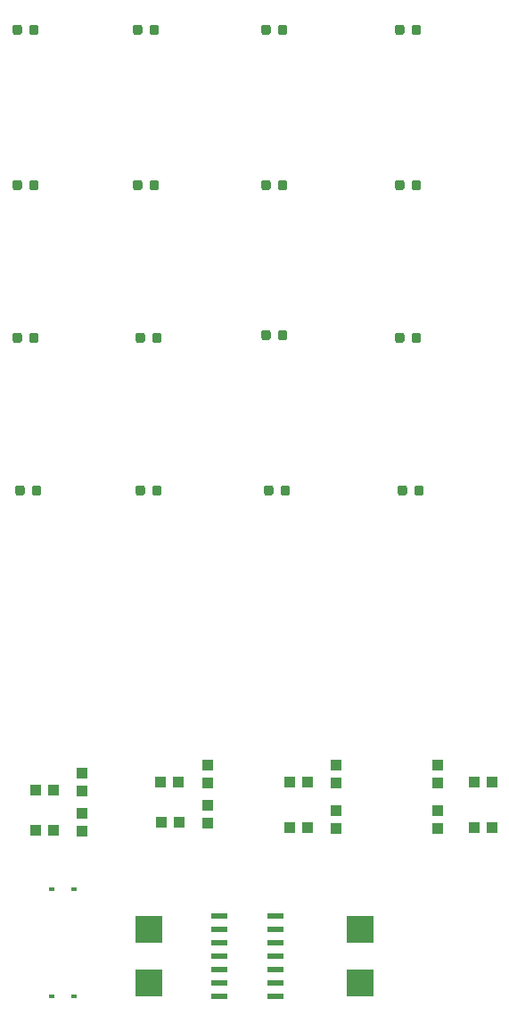
<source format=gbr>
G04 #@! TF.GenerationSoftware,KiCad,Pcbnew,(5.1.2-1)-1*
G04 #@! TF.CreationDate,2019-06-07T14:52:31+02:00*
G04 #@! TF.ProjectId,matrix-mixer-smt,6d617472-6978-42d6-9d69-7865722d736d,rev?*
G04 #@! TF.SameCoordinates,Original*
G04 #@! TF.FileFunction,Paste,Top*
G04 #@! TF.FilePolarity,Positive*
%FSLAX46Y46*%
G04 Gerber Fmt 4.6, Leading zero omitted, Abs format (unit mm)*
G04 Created by KiCad (PCBNEW (5.1.2-1)-1) date 2019-06-07 14:52:31*
%MOMM*%
%LPD*%
G04 APERTURE LIST*
%ADD10R,2.500000X2.550000*%
%ADD11R,1.500000X0.600000*%
%ADD12C,0.100000*%
%ADD13C,0.875000*%
%ADD14R,1.000000X1.000000*%
%ADD15R,0.600000X0.450000*%
G04 APERTURE END LIST*
D10*
X75692000Y-158481000D03*
X75692000Y-153431000D03*
X95758000Y-153431000D03*
X95758000Y-158481000D03*
D11*
X87780000Y-152139000D03*
X87780000Y-153409000D03*
X87780000Y-154679000D03*
X87780000Y-155949000D03*
X87780000Y-157219000D03*
X87780000Y-158489000D03*
X87780000Y-159759000D03*
X82380000Y-159759000D03*
X82380000Y-158489000D03*
X82380000Y-157219000D03*
X82380000Y-155949000D03*
X82380000Y-154679000D03*
X82380000Y-153409000D03*
X82380000Y-152139000D03*
D12*
G36*
X63460691Y-67598053D02*
G01*
X63481926Y-67601203D01*
X63502750Y-67606419D01*
X63522962Y-67613651D01*
X63542368Y-67622830D01*
X63560781Y-67633866D01*
X63578024Y-67646654D01*
X63593930Y-67661070D01*
X63608346Y-67676976D01*
X63621134Y-67694219D01*
X63632170Y-67712632D01*
X63641349Y-67732038D01*
X63648581Y-67752250D01*
X63653797Y-67773074D01*
X63656947Y-67794309D01*
X63658000Y-67815750D01*
X63658000Y-68328250D01*
X63656947Y-68349691D01*
X63653797Y-68370926D01*
X63648581Y-68391750D01*
X63641349Y-68411962D01*
X63632170Y-68431368D01*
X63621134Y-68449781D01*
X63608346Y-68467024D01*
X63593930Y-68482930D01*
X63578024Y-68497346D01*
X63560781Y-68510134D01*
X63542368Y-68521170D01*
X63522962Y-68530349D01*
X63502750Y-68537581D01*
X63481926Y-68542797D01*
X63460691Y-68545947D01*
X63439250Y-68547000D01*
X63001750Y-68547000D01*
X62980309Y-68545947D01*
X62959074Y-68542797D01*
X62938250Y-68537581D01*
X62918038Y-68530349D01*
X62898632Y-68521170D01*
X62880219Y-68510134D01*
X62862976Y-68497346D01*
X62847070Y-68482930D01*
X62832654Y-68467024D01*
X62819866Y-68449781D01*
X62808830Y-68431368D01*
X62799651Y-68411962D01*
X62792419Y-68391750D01*
X62787203Y-68370926D01*
X62784053Y-68349691D01*
X62783000Y-68328250D01*
X62783000Y-67815750D01*
X62784053Y-67794309D01*
X62787203Y-67773074D01*
X62792419Y-67752250D01*
X62799651Y-67732038D01*
X62808830Y-67712632D01*
X62819866Y-67694219D01*
X62832654Y-67676976D01*
X62847070Y-67661070D01*
X62862976Y-67646654D01*
X62880219Y-67633866D01*
X62898632Y-67622830D01*
X62918038Y-67613651D01*
X62938250Y-67606419D01*
X62959074Y-67601203D01*
X62980309Y-67598053D01*
X63001750Y-67597000D01*
X63439250Y-67597000D01*
X63460691Y-67598053D01*
X63460691Y-67598053D01*
G37*
D13*
X63220500Y-68072000D03*
D12*
G36*
X65035691Y-67598053D02*
G01*
X65056926Y-67601203D01*
X65077750Y-67606419D01*
X65097962Y-67613651D01*
X65117368Y-67622830D01*
X65135781Y-67633866D01*
X65153024Y-67646654D01*
X65168930Y-67661070D01*
X65183346Y-67676976D01*
X65196134Y-67694219D01*
X65207170Y-67712632D01*
X65216349Y-67732038D01*
X65223581Y-67752250D01*
X65228797Y-67773074D01*
X65231947Y-67794309D01*
X65233000Y-67815750D01*
X65233000Y-68328250D01*
X65231947Y-68349691D01*
X65228797Y-68370926D01*
X65223581Y-68391750D01*
X65216349Y-68411962D01*
X65207170Y-68431368D01*
X65196134Y-68449781D01*
X65183346Y-68467024D01*
X65168930Y-68482930D01*
X65153024Y-68497346D01*
X65135781Y-68510134D01*
X65117368Y-68521170D01*
X65097962Y-68530349D01*
X65077750Y-68537581D01*
X65056926Y-68542797D01*
X65035691Y-68545947D01*
X65014250Y-68547000D01*
X64576750Y-68547000D01*
X64555309Y-68545947D01*
X64534074Y-68542797D01*
X64513250Y-68537581D01*
X64493038Y-68530349D01*
X64473632Y-68521170D01*
X64455219Y-68510134D01*
X64437976Y-68497346D01*
X64422070Y-68482930D01*
X64407654Y-68467024D01*
X64394866Y-68449781D01*
X64383830Y-68431368D01*
X64374651Y-68411962D01*
X64367419Y-68391750D01*
X64362203Y-68370926D01*
X64359053Y-68349691D01*
X64358000Y-68328250D01*
X64358000Y-67815750D01*
X64359053Y-67794309D01*
X64362203Y-67773074D01*
X64367419Y-67752250D01*
X64374651Y-67732038D01*
X64383830Y-67712632D01*
X64394866Y-67694219D01*
X64407654Y-67676976D01*
X64422070Y-67661070D01*
X64437976Y-67646654D01*
X64455219Y-67633866D01*
X64473632Y-67622830D01*
X64493038Y-67613651D01*
X64513250Y-67606419D01*
X64534074Y-67601203D01*
X64555309Y-67598053D01*
X64576750Y-67597000D01*
X65014250Y-67597000D01*
X65035691Y-67598053D01*
X65035691Y-67598053D01*
G37*
D13*
X64795500Y-68072000D03*
D12*
G36*
X76465691Y-67598053D02*
G01*
X76486926Y-67601203D01*
X76507750Y-67606419D01*
X76527962Y-67613651D01*
X76547368Y-67622830D01*
X76565781Y-67633866D01*
X76583024Y-67646654D01*
X76598930Y-67661070D01*
X76613346Y-67676976D01*
X76626134Y-67694219D01*
X76637170Y-67712632D01*
X76646349Y-67732038D01*
X76653581Y-67752250D01*
X76658797Y-67773074D01*
X76661947Y-67794309D01*
X76663000Y-67815750D01*
X76663000Y-68328250D01*
X76661947Y-68349691D01*
X76658797Y-68370926D01*
X76653581Y-68391750D01*
X76646349Y-68411962D01*
X76637170Y-68431368D01*
X76626134Y-68449781D01*
X76613346Y-68467024D01*
X76598930Y-68482930D01*
X76583024Y-68497346D01*
X76565781Y-68510134D01*
X76547368Y-68521170D01*
X76527962Y-68530349D01*
X76507750Y-68537581D01*
X76486926Y-68542797D01*
X76465691Y-68545947D01*
X76444250Y-68547000D01*
X76006750Y-68547000D01*
X75985309Y-68545947D01*
X75964074Y-68542797D01*
X75943250Y-68537581D01*
X75923038Y-68530349D01*
X75903632Y-68521170D01*
X75885219Y-68510134D01*
X75867976Y-68497346D01*
X75852070Y-68482930D01*
X75837654Y-68467024D01*
X75824866Y-68449781D01*
X75813830Y-68431368D01*
X75804651Y-68411962D01*
X75797419Y-68391750D01*
X75792203Y-68370926D01*
X75789053Y-68349691D01*
X75788000Y-68328250D01*
X75788000Y-67815750D01*
X75789053Y-67794309D01*
X75792203Y-67773074D01*
X75797419Y-67752250D01*
X75804651Y-67732038D01*
X75813830Y-67712632D01*
X75824866Y-67694219D01*
X75837654Y-67676976D01*
X75852070Y-67661070D01*
X75867976Y-67646654D01*
X75885219Y-67633866D01*
X75903632Y-67622830D01*
X75923038Y-67613651D01*
X75943250Y-67606419D01*
X75964074Y-67601203D01*
X75985309Y-67598053D01*
X76006750Y-67597000D01*
X76444250Y-67597000D01*
X76465691Y-67598053D01*
X76465691Y-67598053D01*
G37*
D13*
X76225500Y-68072000D03*
D12*
G36*
X74890691Y-67598053D02*
G01*
X74911926Y-67601203D01*
X74932750Y-67606419D01*
X74952962Y-67613651D01*
X74972368Y-67622830D01*
X74990781Y-67633866D01*
X75008024Y-67646654D01*
X75023930Y-67661070D01*
X75038346Y-67676976D01*
X75051134Y-67694219D01*
X75062170Y-67712632D01*
X75071349Y-67732038D01*
X75078581Y-67752250D01*
X75083797Y-67773074D01*
X75086947Y-67794309D01*
X75088000Y-67815750D01*
X75088000Y-68328250D01*
X75086947Y-68349691D01*
X75083797Y-68370926D01*
X75078581Y-68391750D01*
X75071349Y-68411962D01*
X75062170Y-68431368D01*
X75051134Y-68449781D01*
X75038346Y-68467024D01*
X75023930Y-68482930D01*
X75008024Y-68497346D01*
X74990781Y-68510134D01*
X74972368Y-68521170D01*
X74952962Y-68530349D01*
X74932750Y-68537581D01*
X74911926Y-68542797D01*
X74890691Y-68545947D01*
X74869250Y-68547000D01*
X74431750Y-68547000D01*
X74410309Y-68545947D01*
X74389074Y-68542797D01*
X74368250Y-68537581D01*
X74348038Y-68530349D01*
X74328632Y-68521170D01*
X74310219Y-68510134D01*
X74292976Y-68497346D01*
X74277070Y-68482930D01*
X74262654Y-68467024D01*
X74249866Y-68449781D01*
X74238830Y-68431368D01*
X74229651Y-68411962D01*
X74222419Y-68391750D01*
X74217203Y-68370926D01*
X74214053Y-68349691D01*
X74213000Y-68328250D01*
X74213000Y-67815750D01*
X74214053Y-67794309D01*
X74217203Y-67773074D01*
X74222419Y-67752250D01*
X74229651Y-67732038D01*
X74238830Y-67712632D01*
X74249866Y-67694219D01*
X74262654Y-67676976D01*
X74277070Y-67661070D01*
X74292976Y-67646654D01*
X74310219Y-67633866D01*
X74328632Y-67622830D01*
X74348038Y-67613651D01*
X74368250Y-67606419D01*
X74389074Y-67601203D01*
X74410309Y-67598053D01*
X74431750Y-67597000D01*
X74869250Y-67597000D01*
X74890691Y-67598053D01*
X74890691Y-67598053D01*
G37*
D13*
X74650500Y-68072000D03*
D12*
G36*
X87082691Y-67598053D02*
G01*
X87103926Y-67601203D01*
X87124750Y-67606419D01*
X87144962Y-67613651D01*
X87164368Y-67622830D01*
X87182781Y-67633866D01*
X87200024Y-67646654D01*
X87215930Y-67661070D01*
X87230346Y-67676976D01*
X87243134Y-67694219D01*
X87254170Y-67712632D01*
X87263349Y-67732038D01*
X87270581Y-67752250D01*
X87275797Y-67773074D01*
X87278947Y-67794309D01*
X87280000Y-67815750D01*
X87280000Y-68328250D01*
X87278947Y-68349691D01*
X87275797Y-68370926D01*
X87270581Y-68391750D01*
X87263349Y-68411962D01*
X87254170Y-68431368D01*
X87243134Y-68449781D01*
X87230346Y-68467024D01*
X87215930Y-68482930D01*
X87200024Y-68497346D01*
X87182781Y-68510134D01*
X87164368Y-68521170D01*
X87144962Y-68530349D01*
X87124750Y-68537581D01*
X87103926Y-68542797D01*
X87082691Y-68545947D01*
X87061250Y-68547000D01*
X86623750Y-68547000D01*
X86602309Y-68545947D01*
X86581074Y-68542797D01*
X86560250Y-68537581D01*
X86540038Y-68530349D01*
X86520632Y-68521170D01*
X86502219Y-68510134D01*
X86484976Y-68497346D01*
X86469070Y-68482930D01*
X86454654Y-68467024D01*
X86441866Y-68449781D01*
X86430830Y-68431368D01*
X86421651Y-68411962D01*
X86414419Y-68391750D01*
X86409203Y-68370926D01*
X86406053Y-68349691D01*
X86405000Y-68328250D01*
X86405000Y-67815750D01*
X86406053Y-67794309D01*
X86409203Y-67773074D01*
X86414419Y-67752250D01*
X86421651Y-67732038D01*
X86430830Y-67712632D01*
X86441866Y-67694219D01*
X86454654Y-67676976D01*
X86469070Y-67661070D01*
X86484976Y-67646654D01*
X86502219Y-67633866D01*
X86520632Y-67622830D01*
X86540038Y-67613651D01*
X86560250Y-67606419D01*
X86581074Y-67601203D01*
X86602309Y-67598053D01*
X86623750Y-67597000D01*
X87061250Y-67597000D01*
X87082691Y-67598053D01*
X87082691Y-67598053D01*
G37*
D13*
X86842500Y-68072000D03*
D12*
G36*
X88657691Y-67598053D02*
G01*
X88678926Y-67601203D01*
X88699750Y-67606419D01*
X88719962Y-67613651D01*
X88739368Y-67622830D01*
X88757781Y-67633866D01*
X88775024Y-67646654D01*
X88790930Y-67661070D01*
X88805346Y-67676976D01*
X88818134Y-67694219D01*
X88829170Y-67712632D01*
X88838349Y-67732038D01*
X88845581Y-67752250D01*
X88850797Y-67773074D01*
X88853947Y-67794309D01*
X88855000Y-67815750D01*
X88855000Y-68328250D01*
X88853947Y-68349691D01*
X88850797Y-68370926D01*
X88845581Y-68391750D01*
X88838349Y-68411962D01*
X88829170Y-68431368D01*
X88818134Y-68449781D01*
X88805346Y-68467024D01*
X88790930Y-68482930D01*
X88775024Y-68497346D01*
X88757781Y-68510134D01*
X88739368Y-68521170D01*
X88719962Y-68530349D01*
X88699750Y-68537581D01*
X88678926Y-68542797D01*
X88657691Y-68545947D01*
X88636250Y-68547000D01*
X88198750Y-68547000D01*
X88177309Y-68545947D01*
X88156074Y-68542797D01*
X88135250Y-68537581D01*
X88115038Y-68530349D01*
X88095632Y-68521170D01*
X88077219Y-68510134D01*
X88059976Y-68497346D01*
X88044070Y-68482930D01*
X88029654Y-68467024D01*
X88016866Y-68449781D01*
X88005830Y-68431368D01*
X87996651Y-68411962D01*
X87989419Y-68391750D01*
X87984203Y-68370926D01*
X87981053Y-68349691D01*
X87980000Y-68328250D01*
X87980000Y-67815750D01*
X87981053Y-67794309D01*
X87984203Y-67773074D01*
X87989419Y-67752250D01*
X87996651Y-67732038D01*
X88005830Y-67712632D01*
X88016866Y-67694219D01*
X88029654Y-67676976D01*
X88044070Y-67661070D01*
X88059976Y-67646654D01*
X88077219Y-67633866D01*
X88095632Y-67622830D01*
X88115038Y-67613651D01*
X88135250Y-67606419D01*
X88156074Y-67601203D01*
X88177309Y-67598053D01*
X88198750Y-67597000D01*
X88636250Y-67597000D01*
X88657691Y-67598053D01*
X88657691Y-67598053D01*
G37*
D13*
X88417500Y-68072000D03*
D12*
G36*
X101357691Y-67598053D02*
G01*
X101378926Y-67601203D01*
X101399750Y-67606419D01*
X101419962Y-67613651D01*
X101439368Y-67622830D01*
X101457781Y-67633866D01*
X101475024Y-67646654D01*
X101490930Y-67661070D01*
X101505346Y-67676976D01*
X101518134Y-67694219D01*
X101529170Y-67712632D01*
X101538349Y-67732038D01*
X101545581Y-67752250D01*
X101550797Y-67773074D01*
X101553947Y-67794309D01*
X101555000Y-67815750D01*
X101555000Y-68328250D01*
X101553947Y-68349691D01*
X101550797Y-68370926D01*
X101545581Y-68391750D01*
X101538349Y-68411962D01*
X101529170Y-68431368D01*
X101518134Y-68449781D01*
X101505346Y-68467024D01*
X101490930Y-68482930D01*
X101475024Y-68497346D01*
X101457781Y-68510134D01*
X101439368Y-68521170D01*
X101419962Y-68530349D01*
X101399750Y-68537581D01*
X101378926Y-68542797D01*
X101357691Y-68545947D01*
X101336250Y-68547000D01*
X100898750Y-68547000D01*
X100877309Y-68545947D01*
X100856074Y-68542797D01*
X100835250Y-68537581D01*
X100815038Y-68530349D01*
X100795632Y-68521170D01*
X100777219Y-68510134D01*
X100759976Y-68497346D01*
X100744070Y-68482930D01*
X100729654Y-68467024D01*
X100716866Y-68449781D01*
X100705830Y-68431368D01*
X100696651Y-68411962D01*
X100689419Y-68391750D01*
X100684203Y-68370926D01*
X100681053Y-68349691D01*
X100680000Y-68328250D01*
X100680000Y-67815750D01*
X100681053Y-67794309D01*
X100684203Y-67773074D01*
X100689419Y-67752250D01*
X100696651Y-67732038D01*
X100705830Y-67712632D01*
X100716866Y-67694219D01*
X100729654Y-67676976D01*
X100744070Y-67661070D01*
X100759976Y-67646654D01*
X100777219Y-67633866D01*
X100795632Y-67622830D01*
X100815038Y-67613651D01*
X100835250Y-67606419D01*
X100856074Y-67601203D01*
X100877309Y-67598053D01*
X100898750Y-67597000D01*
X101336250Y-67597000D01*
X101357691Y-67598053D01*
X101357691Y-67598053D01*
G37*
D13*
X101117500Y-68072000D03*
D12*
G36*
X99782691Y-67598053D02*
G01*
X99803926Y-67601203D01*
X99824750Y-67606419D01*
X99844962Y-67613651D01*
X99864368Y-67622830D01*
X99882781Y-67633866D01*
X99900024Y-67646654D01*
X99915930Y-67661070D01*
X99930346Y-67676976D01*
X99943134Y-67694219D01*
X99954170Y-67712632D01*
X99963349Y-67732038D01*
X99970581Y-67752250D01*
X99975797Y-67773074D01*
X99978947Y-67794309D01*
X99980000Y-67815750D01*
X99980000Y-68328250D01*
X99978947Y-68349691D01*
X99975797Y-68370926D01*
X99970581Y-68391750D01*
X99963349Y-68411962D01*
X99954170Y-68431368D01*
X99943134Y-68449781D01*
X99930346Y-68467024D01*
X99915930Y-68482930D01*
X99900024Y-68497346D01*
X99882781Y-68510134D01*
X99864368Y-68521170D01*
X99844962Y-68530349D01*
X99824750Y-68537581D01*
X99803926Y-68542797D01*
X99782691Y-68545947D01*
X99761250Y-68547000D01*
X99323750Y-68547000D01*
X99302309Y-68545947D01*
X99281074Y-68542797D01*
X99260250Y-68537581D01*
X99240038Y-68530349D01*
X99220632Y-68521170D01*
X99202219Y-68510134D01*
X99184976Y-68497346D01*
X99169070Y-68482930D01*
X99154654Y-68467024D01*
X99141866Y-68449781D01*
X99130830Y-68431368D01*
X99121651Y-68411962D01*
X99114419Y-68391750D01*
X99109203Y-68370926D01*
X99106053Y-68349691D01*
X99105000Y-68328250D01*
X99105000Y-67815750D01*
X99106053Y-67794309D01*
X99109203Y-67773074D01*
X99114419Y-67752250D01*
X99121651Y-67732038D01*
X99130830Y-67712632D01*
X99141866Y-67694219D01*
X99154654Y-67676976D01*
X99169070Y-67661070D01*
X99184976Y-67646654D01*
X99202219Y-67633866D01*
X99220632Y-67622830D01*
X99240038Y-67613651D01*
X99260250Y-67606419D01*
X99281074Y-67601203D01*
X99302309Y-67598053D01*
X99323750Y-67597000D01*
X99761250Y-67597000D01*
X99782691Y-67598053D01*
X99782691Y-67598053D01*
G37*
D13*
X99542500Y-68072000D03*
D12*
G36*
X65035691Y-82330053D02*
G01*
X65056926Y-82333203D01*
X65077750Y-82338419D01*
X65097962Y-82345651D01*
X65117368Y-82354830D01*
X65135781Y-82365866D01*
X65153024Y-82378654D01*
X65168930Y-82393070D01*
X65183346Y-82408976D01*
X65196134Y-82426219D01*
X65207170Y-82444632D01*
X65216349Y-82464038D01*
X65223581Y-82484250D01*
X65228797Y-82505074D01*
X65231947Y-82526309D01*
X65233000Y-82547750D01*
X65233000Y-83060250D01*
X65231947Y-83081691D01*
X65228797Y-83102926D01*
X65223581Y-83123750D01*
X65216349Y-83143962D01*
X65207170Y-83163368D01*
X65196134Y-83181781D01*
X65183346Y-83199024D01*
X65168930Y-83214930D01*
X65153024Y-83229346D01*
X65135781Y-83242134D01*
X65117368Y-83253170D01*
X65097962Y-83262349D01*
X65077750Y-83269581D01*
X65056926Y-83274797D01*
X65035691Y-83277947D01*
X65014250Y-83279000D01*
X64576750Y-83279000D01*
X64555309Y-83277947D01*
X64534074Y-83274797D01*
X64513250Y-83269581D01*
X64493038Y-83262349D01*
X64473632Y-83253170D01*
X64455219Y-83242134D01*
X64437976Y-83229346D01*
X64422070Y-83214930D01*
X64407654Y-83199024D01*
X64394866Y-83181781D01*
X64383830Y-83163368D01*
X64374651Y-83143962D01*
X64367419Y-83123750D01*
X64362203Y-83102926D01*
X64359053Y-83081691D01*
X64358000Y-83060250D01*
X64358000Y-82547750D01*
X64359053Y-82526309D01*
X64362203Y-82505074D01*
X64367419Y-82484250D01*
X64374651Y-82464038D01*
X64383830Y-82444632D01*
X64394866Y-82426219D01*
X64407654Y-82408976D01*
X64422070Y-82393070D01*
X64437976Y-82378654D01*
X64455219Y-82365866D01*
X64473632Y-82354830D01*
X64493038Y-82345651D01*
X64513250Y-82338419D01*
X64534074Y-82333203D01*
X64555309Y-82330053D01*
X64576750Y-82329000D01*
X65014250Y-82329000D01*
X65035691Y-82330053D01*
X65035691Y-82330053D01*
G37*
D13*
X64795500Y-82804000D03*
D12*
G36*
X63460691Y-82330053D02*
G01*
X63481926Y-82333203D01*
X63502750Y-82338419D01*
X63522962Y-82345651D01*
X63542368Y-82354830D01*
X63560781Y-82365866D01*
X63578024Y-82378654D01*
X63593930Y-82393070D01*
X63608346Y-82408976D01*
X63621134Y-82426219D01*
X63632170Y-82444632D01*
X63641349Y-82464038D01*
X63648581Y-82484250D01*
X63653797Y-82505074D01*
X63656947Y-82526309D01*
X63658000Y-82547750D01*
X63658000Y-83060250D01*
X63656947Y-83081691D01*
X63653797Y-83102926D01*
X63648581Y-83123750D01*
X63641349Y-83143962D01*
X63632170Y-83163368D01*
X63621134Y-83181781D01*
X63608346Y-83199024D01*
X63593930Y-83214930D01*
X63578024Y-83229346D01*
X63560781Y-83242134D01*
X63542368Y-83253170D01*
X63522962Y-83262349D01*
X63502750Y-83269581D01*
X63481926Y-83274797D01*
X63460691Y-83277947D01*
X63439250Y-83279000D01*
X63001750Y-83279000D01*
X62980309Y-83277947D01*
X62959074Y-83274797D01*
X62938250Y-83269581D01*
X62918038Y-83262349D01*
X62898632Y-83253170D01*
X62880219Y-83242134D01*
X62862976Y-83229346D01*
X62847070Y-83214930D01*
X62832654Y-83199024D01*
X62819866Y-83181781D01*
X62808830Y-83163368D01*
X62799651Y-83143962D01*
X62792419Y-83123750D01*
X62787203Y-83102926D01*
X62784053Y-83081691D01*
X62783000Y-83060250D01*
X62783000Y-82547750D01*
X62784053Y-82526309D01*
X62787203Y-82505074D01*
X62792419Y-82484250D01*
X62799651Y-82464038D01*
X62808830Y-82444632D01*
X62819866Y-82426219D01*
X62832654Y-82408976D01*
X62847070Y-82393070D01*
X62862976Y-82378654D01*
X62880219Y-82365866D01*
X62898632Y-82354830D01*
X62918038Y-82345651D01*
X62938250Y-82338419D01*
X62959074Y-82333203D01*
X62980309Y-82330053D01*
X63001750Y-82329000D01*
X63439250Y-82329000D01*
X63460691Y-82330053D01*
X63460691Y-82330053D01*
G37*
D13*
X63220500Y-82804000D03*
D12*
G36*
X74890691Y-82330053D02*
G01*
X74911926Y-82333203D01*
X74932750Y-82338419D01*
X74952962Y-82345651D01*
X74972368Y-82354830D01*
X74990781Y-82365866D01*
X75008024Y-82378654D01*
X75023930Y-82393070D01*
X75038346Y-82408976D01*
X75051134Y-82426219D01*
X75062170Y-82444632D01*
X75071349Y-82464038D01*
X75078581Y-82484250D01*
X75083797Y-82505074D01*
X75086947Y-82526309D01*
X75088000Y-82547750D01*
X75088000Y-83060250D01*
X75086947Y-83081691D01*
X75083797Y-83102926D01*
X75078581Y-83123750D01*
X75071349Y-83143962D01*
X75062170Y-83163368D01*
X75051134Y-83181781D01*
X75038346Y-83199024D01*
X75023930Y-83214930D01*
X75008024Y-83229346D01*
X74990781Y-83242134D01*
X74972368Y-83253170D01*
X74952962Y-83262349D01*
X74932750Y-83269581D01*
X74911926Y-83274797D01*
X74890691Y-83277947D01*
X74869250Y-83279000D01*
X74431750Y-83279000D01*
X74410309Y-83277947D01*
X74389074Y-83274797D01*
X74368250Y-83269581D01*
X74348038Y-83262349D01*
X74328632Y-83253170D01*
X74310219Y-83242134D01*
X74292976Y-83229346D01*
X74277070Y-83214930D01*
X74262654Y-83199024D01*
X74249866Y-83181781D01*
X74238830Y-83163368D01*
X74229651Y-83143962D01*
X74222419Y-83123750D01*
X74217203Y-83102926D01*
X74214053Y-83081691D01*
X74213000Y-83060250D01*
X74213000Y-82547750D01*
X74214053Y-82526309D01*
X74217203Y-82505074D01*
X74222419Y-82484250D01*
X74229651Y-82464038D01*
X74238830Y-82444632D01*
X74249866Y-82426219D01*
X74262654Y-82408976D01*
X74277070Y-82393070D01*
X74292976Y-82378654D01*
X74310219Y-82365866D01*
X74328632Y-82354830D01*
X74348038Y-82345651D01*
X74368250Y-82338419D01*
X74389074Y-82333203D01*
X74410309Y-82330053D01*
X74431750Y-82329000D01*
X74869250Y-82329000D01*
X74890691Y-82330053D01*
X74890691Y-82330053D01*
G37*
D13*
X74650500Y-82804000D03*
D12*
G36*
X76465691Y-82330053D02*
G01*
X76486926Y-82333203D01*
X76507750Y-82338419D01*
X76527962Y-82345651D01*
X76547368Y-82354830D01*
X76565781Y-82365866D01*
X76583024Y-82378654D01*
X76598930Y-82393070D01*
X76613346Y-82408976D01*
X76626134Y-82426219D01*
X76637170Y-82444632D01*
X76646349Y-82464038D01*
X76653581Y-82484250D01*
X76658797Y-82505074D01*
X76661947Y-82526309D01*
X76663000Y-82547750D01*
X76663000Y-83060250D01*
X76661947Y-83081691D01*
X76658797Y-83102926D01*
X76653581Y-83123750D01*
X76646349Y-83143962D01*
X76637170Y-83163368D01*
X76626134Y-83181781D01*
X76613346Y-83199024D01*
X76598930Y-83214930D01*
X76583024Y-83229346D01*
X76565781Y-83242134D01*
X76547368Y-83253170D01*
X76527962Y-83262349D01*
X76507750Y-83269581D01*
X76486926Y-83274797D01*
X76465691Y-83277947D01*
X76444250Y-83279000D01*
X76006750Y-83279000D01*
X75985309Y-83277947D01*
X75964074Y-83274797D01*
X75943250Y-83269581D01*
X75923038Y-83262349D01*
X75903632Y-83253170D01*
X75885219Y-83242134D01*
X75867976Y-83229346D01*
X75852070Y-83214930D01*
X75837654Y-83199024D01*
X75824866Y-83181781D01*
X75813830Y-83163368D01*
X75804651Y-83143962D01*
X75797419Y-83123750D01*
X75792203Y-83102926D01*
X75789053Y-83081691D01*
X75788000Y-83060250D01*
X75788000Y-82547750D01*
X75789053Y-82526309D01*
X75792203Y-82505074D01*
X75797419Y-82484250D01*
X75804651Y-82464038D01*
X75813830Y-82444632D01*
X75824866Y-82426219D01*
X75837654Y-82408976D01*
X75852070Y-82393070D01*
X75867976Y-82378654D01*
X75885219Y-82365866D01*
X75903632Y-82354830D01*
X75923038Y-82345651D01*
X75943250Y-82338419D01*
X75964074Y-82333203D01*
X75985309Y-82330053D01*
X76006750Y-82329000D01*
X76444250Y-82329000D01*
X76465691Y-82330053D01*
X76465691Y-82330053D01*
G37*
D13*
X76225500Y-82804000D03*
D12*
G36*
X87082691Y-82330053D02*
G01*
X87103926Y-82333203D01*
X87124750Y-82338419D01*
X87144962Y-82345651D01*
X87164368Y-82354830D01*
X87182781Y-82365866D01*
X87200024Y-82378654D01*
X87215930Y-82393070D01*
X87230346Y-82408976D01*
X87243134Y-82426219D01*
X87254170Y-82444632D01*
X87263349Y-82464038D01*
X87270581Y-82484250D01*
X87275797Y-82505074D01*
X87278947Y-82526309D01*
X87280000Y-82547750D01*
X87280000Y-83060250D01*
X87278947Y-83081691D01*
X87275797Y-83102926D01*
X87270581Y-83123750D01*
X87263349Y-83143962D01*
X87254170Y-83163368D01*
X87243134Y-83181781D01*
X87230346Y-83199024D01*
X87215930Y-83214930D01*
X87200024Y-83229346D01*
X87182781Y-83242134D01*
X87164368Y-83253170D01*
X87144962Y-83262349D01*
X87124750Y-83269581D01*
X87103926Y-83274797D01*
X87082691Y-83277947D01*
X87061250Y-83279000D01*
X86623750Y-83279000D01*
X86602309Y-83277947D01*
X86581074Y-83274797D01*
X86560250Y-83269581D01*
X86540038Y-83262349D01*
X86520632Y-83253170D01*
X86502219Y-83242134D01*
X86484976Y-83229346D01*
X86469070Y-83214930D01*
X86454654Y-83199024D01*
X86441866Y-83181781D01*
X86430830Y-83163368D01*
X86421651Y-83143962D01*
X86414419Y-83123750D01*
X86409203Y-83102926D01*
X86406053Y-83081691D01*
X86405000Y-83060250D01*
X86405000Y-82547750D01*
X86406053Y-82526309D01*
X86409203Y-82505074D01*
X86414419Y-82484250D01*
X86421651Y-82464038D01*
X86430830Y-82444632D01*
X86441866Y-82426219D01*
X86454654Y-82408976D01*
X86469070Y-82393070D01*
X86484976Y-82378654D01*
X86502219Y-82365866D01*
X86520632Y-82354830D01*
X86540038Y-82345651D01*
X86560250Y-82338419D01*
X86581074Y-82333203D01*
X86602309Y-82330053D01*
X86623750Y-82329000D01*
X87061250Y-82329000D01*
X87082691Y-82330053D01*
X87082691Y-82330053D01*
G37*
D13*
X86842500Y-82804000D03*
D12*
G36*
X88657691Y-82330053D02*
G01*
X88678926Y-82333203D01*
X88699750Y-82338419D01*
X88719962Y-82345651D01*
X88739368Y-82354830D01*
X88757781Y-82365866D01*
X88775024Y-82378654D01*
X88790930Y-82393070D01*
X88805346Y-82408976D01*
X88818134Y-82426219D01*
X88829170Y-82444632D01*
X88838349Y-82464038D01*
X88845581Y-82484250D01*
X88850797Y-82505074D01*
X88853947Y-82526309D01*
X88855000Y-82547750D01*
X88855000Y-83060250D01*
X88853947Y-83081691D01*
X88850797Y-83102926D01*
X88845581Y-83123750D01*
X88838349Y-83143962D01*
X88829170Y-83163368D01*
X88818134Y-83181781D01*
X88805346Y-83199024D01*
X88790930Y-83214930D01*
X88775024Y-83229346D01*
X88757781Y-83242134D01*
X88739368Y-83253170D01*
X88719962Y-83262349D01*
X88699750Y-83269581D01*
X88678926Y-83274797D01*
X88657691Y-83277947D01*
X88636250Y-83279000D01*
X88198750Y-83279000D01*
X88177309Y-83277947D01*
X88156074Y-83274797D01*
X88135250Y-83269581D01*
X88115038Y-83262349D01*
X88095632Y-83253170D01*
X88077219Y-83242134D01*
X88059976Y-83229346D01*
X88044070Y-83214930D01*
X88029654Y-83199024D01*
X88016866Y-83181781D01*
X88005830Y-83163368D01*
X87996651Y-83143962D01*
X87989419Y-83123750D01*
X87984203Y-83102926D01*
X87981053Y-83081691D01*
X87980000Y-83060250D01*
X87980000Y-82547750D01*
X87981053Y-82526309D01*
X87984203Y-82505074D01*
X87989419Y-82484250D01*
X87996651Y-82464038D01*
X88005830Y-82444632D01*
X88016866Y-82426219D01*
X88029654Y-82408976D01*
X88044070Y-82393070D01*
X88059976Y-82378654D01*
X88077219Y-82365866D01*
X88095632Y-82354830D01*
X88115038Y-82345651D01*
X88135250Y-82338419D01*
X88156074Y-82333203D01*
X88177309Y-82330053D01*
X88198750Y-82329000D01*
X88636250Y-82329000D01*
X88657691Y-82330053D01*
X88657691Y-82330053D01*
G37*
D13*
X88417500Y-82804000D03*
D12*
G36*
X101357691Y-82330053D02*
G01*
X101378926Y-82333203D01*
X101399750Y-82338419D01*
X101419962Y-82345651D01*
X101439368Y-82354830D01*
X101457781Y-82365866D01*
X101475024Y-82378654D01*
X101490930Y-82393070D01*
X101505346Y-82408976D01*
X101518134Y-82426219D01*
X101529170Y-82444632D01*
X101538349Y-82464038D01*
X101545581Y-82484250D01*
X101550797Y-82505074D01*
X101553947Y-82526309D01*
X101555000Y-82547750D01*
X101555000Y-83060250D01*
X101553947Y-83081691D01*
X101550797Y-83102926D01*
X101545581Y-83123750D01*
X101538349Y-83143962D01*
X101529170Y-83163368D01*
X101518134Y-83181781D01*
X101505346Y-83199024D01*
X101490930Y-83214930D01*
X101475024Y-83229346D01*
X101457781Y-83242134D01*
X101439368Y-83253170D01*
X101419962Y-83262349D01*
X101399750Y-83269581D01*
X101378926Y-83274797D01*
X101357691Y-83277947D01*
X101336250Y-83279000D01*
X100898750Y-83279000D01*
X100877309Y-83277947D01*
X100856074Y-83274797D01*
X100835250Y-83269581D01*
X100815038Y-83262349D01*
X100795632Y-83253170D01*
X100777219Y-83242134D01*
X100759976Y-83229346D01*
X100744070Y-83214930D01*
X100729654Y-83199024D01*
X100716866Y-83181781D01*
X100705830Y-83163368D01*
X100696651Y-83143962D01*
X100689419Y-83123750D01*
X100684203Y-83102926D01*
X100681053Y-83081691D01*
X100680000Y-83060250D01*
X100680000Y-82547750D01*
X100681053Y-82526309D01*
X100684203Y-82505074D01*
X100689419Y-82484250D01*
X100696651Y-82464038D01*
X100705830Y-82444632D01*
X100716866Y-82426219D01*
X100729654Y-82408976D01*
X100744070Y-82393070D01*
X100759976Y-82378654D01*
X100777219Y-82365866D01*
X100795632Y-82354830D01*
X100815038Y-82345651D01*
X100835250Y-82338419D01*
X100856074Y-82333203D01*
X100877309Y-82330053D01*
X100898750Y-82329000D01*
X101336250Y-82329000D01*
X101357691Y-82330053D01*
X101357691Y-82330053D01*
G37*
D13*
X101117500Y-82804000D03*
D12*
G36*
X99782691Y-82330053D02*
G01*
X99803926Y-82333203D01*
X99824750Y-82338419D01*
X99844962Y-82345651D01*
X99864368Y-82354830D01*
X99882781Y-82365866D01*
X99900024Y-82378654D01*
X99915930Y-82393070D01*
X99930346Y-82408976D01*
X99943134Y-82426219D01*
X99954170Y-82444632D01*
X99963349Y-82464038D01*
X99970581Y-82484250D01*
X99975797Y-82505074D01*
X99978947Y-82526309D01*
X99980000Y-82547750D01*
X99980000Y-83060250D01*
X99978947Y-83081691D01*
X99975797Y-83102926D01*
X99970581Y-83123750D01*
X99963349Y-83143962D01*
X99954170Y-83163368D01*
X99943134Y-83181781D01*
X99930346Y-83199024D01*
X99915930Y-83214930D01*
X99900024Y-83229346D01*
X99882781Y-83242134D01*
X99864368Y-83253170D01*
X99844962Y-83262349D01*
X99824750Y-83269581D01*
X99803926Y-83274797D01*
X99782691Y-83277947D01*
X99761250Y-83279000D01*
X99323750Y-83279000D01*
X99302309Y-83277947D01*
X99281074Y-83274797D01*
X99260250Y-83269581D01*
X99240038Y-83262349D01*
X99220632Y-83253170D01*
X99202219Y-83242134D01*
X99184976Y-83229346D01*
X99169070Y-83214930D01*
X99154654Y-83199024D01*
X99141866Y-83181781D01*
X99130830Y-83163368D01*
X99121651Y-83143962D01*
X99114419Y-83123750D01*
X99109203Y-83102926D01*
X99106053Y-83081691D01*
X99105000Y-83060250D01*
X99105000Y-82547750D01*
X99106053Y-82526309D01*
X99109203Y-82505074D01*
X99114419Y-82484250D01*
X99121651Y-82464038D01*
X99130830Y-82444632D01*
X99141866Y-82426219D01*
X99154654Y-82408976D01*
X99169070Y-82393070D01*
X99184976Y-82378654D01*
X99202219Y-82365866D01*
X99220632Y-82354830D01*
X99240038Y-82345651D01*
X99260250Y-82338419D01*
X99281074Y-82333203D01*
X99302309Y-82330053D01*
X99323750Y-82329000D01*
X99761250Y-82329000D01*
X99782691Y-82330053D01*
X99782691Y-82330053D01*
G37*
D13*
X99542500Y-82804000D03*
D12*
G36*
X63460691Y-96808053D02*
G01*
X63481926Y-96811203D01*
X63502750Y-96816419D01*
X63522962Y-96823651D01*
X63542368Y-96832830D01*
X63560781Y-96843866D01*
X63578024Y-96856654D01*
X63593930Y-96871070D01*
X63608346Y-96886976D01*
X63621134Y-96904219D01*
X63632170Y-96922632D01*
X63641349Y-96942038D01*
X63648581Y-96962250D01*
X63653797Y-96983074D01*
X63656947Y-97004309D01*
X63658000Y-97025750D01*
X63658000Y-97538250D01*
X63656947Y-97559691D01*
X63653797Y-97580926D01*
X63648581Y-97601750D01*
X63641349Y-97621962D01*
X63632170Y-97641368D01*
X63621134Y-97659781D01*
X63608346Y-97677024D01*
X63593930Y-97692930D01*
X63578024Y-97707346D01*
X63560781Y-97720134D01*
X63542368Y-97731170D01*
X63522962Y-97740349D01*
X63502750Y-97747581D01*
X63481926Y-97752797D01*
X63460691Y-97755947D01*
X63439250Y-97757000D01*
X63001750Y-97757000D01*
X62980309Y-97755947D01*
X62959074Y-97752797D01*
X62938250Y-97747581D01*
X62918038Y-97740349D01*
X62898632Y-97731170D01*
X62880219Y-97720134D01*
X62862976Y-97707346D01*
X62847070Y-97692930D01*
X62832654Y-97677024D01*
X62819866Y-97659781D01*
X62808830Y-97641368D01*
X62799651Y-97621962D01*
X62792419Y-97601750D01*
X62787203Y-97580926D01*
X62784053Y-97559691D01*
X62783000Y-97538250D01*
X62783000Y-97025750D01*
X62784053Y-97004309D01*
X62787203Y-96983074D01*
X62792419Y-96962250D01*
X62799651Y-96942038D01*
X62808830Y-96922632D01*
X62819866Y-96904219D01*
X62832654Y-96886976D01*
X62847070Y-96871070D01*
X62862976Y-96856654D01*
X62880219Y-96843866D01*
X62898632Y-96832830D01*
X62918038Y-96823651D01*
X62938250Y-96816419D01*
X62959074Y-96811203D01*
X62980309Y-96808053D01*
X63001750Y-96807000D01*
X63439250Y-96807000D01*
X63460691Y-96808053D01*
X63460691Y-96808053D01*
G37*
D13*
X63220500Y-97282000D03*
D12*
G36*
X65035691Y-96808053D02*
G01*
X65056926Y-96811203D01*
X65077750Y-96816419D01*
X65097962Y-96823651D01*
X65117368Y-96832830D01*
X65135781Y-96843866D01*
X65153024Y-96856654D01*
X65168930Y-96871070D01*
X65183346Y-96886976D01*
X65196134Y-96904219D01*
X65207170Y-96922632D01*
X65216349Y-96942038D01*
X65223581Y-96962250D01*
X65228797Y-96983074D01*
X65231947Y-97004309D01*
X65233000Y-97025750D01*
X65233000Y-97538250D01*
X65231947Y-97559691D01*
X65228797Y-97580926D01*
X65223581Y-97601750D01*
X65216349Y-97621962D01*
X65207170Y-97641368D01*
X65196134Y-97659781D01*
X65183346Y-97677024D01*
X65168930Y-97692930D01*
X65153024Y-97707346D01*
X65135781Y-97720134D01*
X65117368Y-97731170D01*
X65097962Y-97740349D01*
X65077750Y-97747581D01*
X65056926Y-97752797D01*
X65035691Y-97755947D01*
X65014250Y-97757000D01*
X64576750Y-97757000D01*
X64555309Y-97755947D01*
X64534074Y-97752797D01*
X64513250Y-97747581D01*
X64493038Y-97740349D01*
X64473632Y-97731170D01*
X64455219Y-97720134D01*
X64437976Y-97707346D01*
X64422070Y-97692930D01*
X64407654Y-97677024D01*
X64394866Y-97659781D01*
X64383830Y-97641368D01*
X64374651Y-97621962D01*
X64367419Y-97601750D01*
X64362203Y-97580926D01*
X64359053Y-97559691D01*
X64358000Y-97538250D01*
X64358000Y-97025750D01*
X64359053Y-97004309D01*
X64362203Y-96983074D01*
X64367419Y-96962250D01*
X64374651Y-96942038D01*
X64383830Y-96922632D01*
X64394866Y-96904219D01*
X64407654Y-96886976D01*
X64422070Y-96871070D01*
X64437976Y-96856654D01*
X64455219Y-96843866D01*
X64473632Y-96832830D01*
X64493038Y-96823651D01*
X64513250Y-96816419D01*
X64534074Y-96811203D01*
X64555309Y-96808053D01*
X64576750Y-96807000D01*
X65014250Y-96807000D01*
X65035691Y-96808053D01*
X65035691Y-96808053D01*
G37*
D13*
X64795500Y-97282000D03*
D12*
G36*
X76719691Y-96808053D02*
G01*
X76740926Y-96811203D01*
X76761750Y-96816419D01*
X76781962Y-96823651D01*
X76801368Y-96832830D01*
X76819781Y-96843866D01*
X76837024Y-96856654D01*
X76852930Y-96871070D01*
X76867346Y-96886976D01*
X76880134Y-96904219D01*
X76891170Y-96922632D01*
X76900349Y-96942038D01*
X76907581Y-96962250D01*
X76912797Y-96983074D01*
X76915947Y-97004309D01*
X76917000Y-97025750D01*
X76917000Y-97538250D01*
X76915947Y-97559691D01*
X76912797Y-97580926D01*
X76907581Y-97601750D01*
X76900349Y-97621962D01*
X76891170Y-97641368D01*
X76880134Y-97659781D01*
X76867346Y-97677024D01*
X76852930Y-97692930D01*
X76837024Y-97707346D01*
X76819781Y-97720134D01*
X76801368Y-97731170D01*
X76781962Y-97740349D01*
X76761750Y-97747581D01*
X76740926Y-97752797D01*
X76719691Y-97755947D01*
X76698250Y-97757000D01*
X76260750Y-97757000D01*
X76239309Y-97755947D01*
X76218074Y-97752797D01*
X76197250Y-97747581D01*
X76177038Y-97740349D01*
X76157632Y-97731170D01*
X76139219Y-97720134D01*
X76121976Y-97707346D01*
X76106070Y-97692930D01*
X76091654Y-97677024D01*
X76078866Y-97659781D01*
X76067830Y-97641368D01*
X76058651Y-97621962D01*
X76051419Y-97601750D01*
X76046203Y-97580926D01*
X76043053Y-97559691D01*
X76042000Y-97538250D01*
X76042000Y-97025750D01*
X76043053Y-97004309D01*
X76046203Y-96983074D01*
X76051419Y-96962250D01*
X76058651Y-96942038D01*
X76067830Y-96922632D01*
X76078866Y-96904219D01*
X76091654Y-96886976D01*
X76106070Y-96871070D01*
X76121976Y-96856654D01*
X76139219Y-96843866D01*
X76157632Y-96832830D01*
X76177038Y-96823651D01*
X76197250Y-96816419D01*
X76218074Y-96811203D01*
X76239309Y-96808053D01*
X76260750Y-96807000D01*
X76698250Y-96807000D01*
X76719691Y-96808053D01*
X76719691Y-96808053D01*
G37*
D13*
X76479500Y-97282000D03*
D12*
G36*
X75144691Y-96808053D02*
G01*
X75165926Y-96811203D01*
X75186750Y-96816419D01*
X75206962Y-96823651D01*
X75226368Y-96832830D01*
X75244781Y-96843866D01*
X75262024Y-96856654D01*
X75277930Y-96871070D01*
X75292346Y-96886976D01*
X75305134Y-96904219D01*
X75316170Y-96922632D01*
X75325349Y-96942038D01*
X75332581Y-96962250D01*
X75337797Y-96983074D01*
X75340947Y-97004309D01*
X75342000Y-97025750D01*
X75342000Y-97538250D01*
X75340947Y-97559691D01*
X75337797Y-97580926D01*
X75332581Y-97601750D01*
X75325349Y-97621962D01*
X75316170Y-97641368D01*
X75305134Y-97659781D01*
X75292346Y-97677024D01*
X75277930Y-97692930D01*
X75262024Y-97707346D01*
X75244781Y-97720134D01*
X75226368Y-97731170D01*
X75206962Y-97740349D01*
X75186750Y-97747581D01*
X75165926Y-97752797D01*
X75144691Y-97755947D01*
X75123250Y-97757000D01*
X74685750Y-97757000D01*
X74664309Y-97755947D01*
X74643074Y-97752797D01*
X74622250Y-97747581D01*
X74602038Y-97740349D01*
X74582632Y-97731170D01*
X74564219Y-97720134D01*
X74546976Y-97707346D01*
X74531070Y-97692930D01*
X74516654Y-97677024D01*
X74503866Y-97659781D01*
X74492830Y-97641368D01*
X74483651Y-97621962D01*
X74476419Y-97601750D01*
X74471203Y-97580926D01*
X74468053Y-97559691D01*
X74467000Y-97538250D01*
X74467000Y-97025750D01*
X74468053Y-97004309D01*
X74471203Y-96983074D01*
X74476419Y-96962250D01*
X74483651Y-96942038D01*
X74492830Y-96922632D01*
X74503866Y-96904219D01*
X74516654Y-96886976D01*
X74531070Y-96871070D01*
X74546976Y-96856654D01*
X74564219Y-96843866D01*
X74582632Y-96832830D01*
X74602038Y-96823651D01*
X74622250Y-96816419D01*
X74643074Y-96811203D01*
X74664309Y-96808053D01*
X74685750Y-96807000D01*
X75123250Y-96807000D01*
X75144691Y-96808053D01*
X75144691Y-96808053D01*
G37*
D13*
X74904500Y-97282000D03*
D12*
G36*
X88657691Y-96554053D02*
G01*
X88678926Y-96557203D01*
X88699750Y-96562419D01*
X88719962Y-96569651D01*
X88739368Y-96578830D01*
X88757781Y-96589866D01*
X88775024Y-96602654D01*
X88790930Y-96617070D01*
X88805346Y-96632976D01*
X88818134Y-96650219D01*
X88829170Y-96668632D01*
X88838349Y-96688038D01*
X88845581Y-96708250D01*
X88850797Y-96729074D01*
X88853947Y-96750309D01*
X88855000Y-96771750D01*
X88855000Y-97284250D01*
X88853947Y-97305691D01*
X88850797Y-97326926D01*
X88845581Y-97347750D01*
X88838349Y-97367962D01*
X88829170Y-97387368D01*
X88818134Y-97405781D01*
X88805346Y-97423024D01*
X88790930Y-97438930D01*
X88775024Y-97453346D01*
X88757781Y-97466134D01*
X88739368Y-97477170D01*
X88719962Y-97486349D01*
X88699750Y-97493581D01*
X88678926Y-97498797D01*
X88657691Y-97501947D01*
X88636250Y-97503000D01*
X88198750Y-97503000D01*
X88177309Y-97501947D01*
X88156074Y-97498797D01*
X88135250Y-97493581D01*
X88115038Y-97486349D01*
X88095632Y-97477170D01*
X88077219Y-97466134D01*
X88059976Y-97453346D01*
X88044070Y-97438930D01*
X88029654Y-97423024D01*
X88016866Y-97405781D01*
X88005830Y-97387368D01*
X87996651Y-97367962D01*
X87989419Y-97347750D01*
X87984203Y-97326926D01*
X87981053Y-97305691D01*
X87980000Y-97284250D01*
X87980000Y-96771750D01*
X87981053Y-96750309D01*
X87984203Y-96729074D01*
X87989419Y-96708250D01*
X87996651Y-96688038D01*
X88005830Y-96668632D01*
X88016866Y-96650219D01*
X88029654Y-96632976D01*
X88044070Y-96617070D01*
X88059976Y-96602654D01*
X88077219Y-96589866D01*
X88095632Y-96578830D01*
X88115038Y-96569651D01*
X88135250Y-96562419D01*
X88156074Y-96557203D01*
X88177309Y-96554053D01*
X88198750Y-96553000D01*
X88636250Y-96553000D01*
X88657691Y-96554053D01*
X88657691Y-96554053D01*
G37*
D13*
X88417500Y-97028000D03*
D12*
G36*
X87082691Y-96554053D02*
G01*
X87103926Y-96557203D01*
X87124750Y-96562419D01*
X87144962Y-96569651D01*
X87164368Y-96578830D01*
X87182781Y-96589866D01*
X87200024Y-96602654D01*
X87215930Y-96617070D01*
X87230346Y-96632976D01*
X87243134Y-96650219D01*
X87254170Y-96668632D01*
X87263349Y-96688038D01*
X87270581Y-96708250D01*
X87275797Y-96729074D01*
X87278947Y-96750309D01*
X87280000Y-96771750D01*
X87280000Y-97284250D01*
X87278947Y-97305691D01*
X87275797Y-97326926D01*
X87270581Y-97347750D01*
X87263349Y-97367962D01*
X87254170Y-97387368D01*
X87243134Y-97405781D01*
X87230346Y-97423024D01*
X87215930Y-97438930D01*
X87200024Y-97453346D01*
X87182781Y-97466134D01*
X87164368Y-97477170D01*
X87144962Y-97486349D01*
X87124750Y-97493581D01*
X87103926Y-97498797D01*
X87082691Y-97501947D01*
X87061250Y-97503000D01*
X86623750Y-97503000D01*
X86602309Y-97501947D01*
X86581074Y-97498797D01*
X86560250Y-97493581D01*
X86540038Y-97486349D01*
X86520632Y-97477170D01*
X86502219Y-97466134D01*
X86484976Y-97453346D01*
X86469070Y-97438930D01*
X86454654Y-97423024D01*
X86441866Y-97405781D01*
X86430830Y-97387368D01*
X86421651Y-97367962D01*
X86414419Y-97347750D01*
X86409203Y-97326926D01*
X86406053Y-97305691D01*
X86405000Y-97284250D01*
X86405000Y-96771750D01*
X86406053Y-96750309D01*
X86409203Y-96729074D01*
X86414419Y-96708250D01*
X86421651Y-96688038D01*
X86430830Y-96668632D01*
X86441866Y-96650219D01*
X86454654Y-96632976D01*
X86469070Y-96617070D01*
X86484976Y-96602654D01*
X86502219Y-96589866D01*
X86520632Y-96578830D01*
X86540038Y-96569651D01*
X86560250Y-96562419D01*
X86581074Y-96557203D01*
X86602309Y-96554053D01*
X86623750Y-96553000D01*
X87061250Y-96553000D01*
X87082691Y-96554053D01*
X87082691Y-96554053D01*
G37*
D13*
X86842500Y-97028000D03*
D12*
G36*
X99782691Y-96808053D02*
G01*
X99803926Y-96811203D01*
X99824750Y-96816419D01*
X99844962Y-96823651D01*
X99864368Y-96832830D01*
X99882781Y-96843866D01*
X99900024Y-96856654D01*
X99915930Y-96871070D01*
X99930346Y-96886976D01*
X99943134Y-96904219D01*
X99954170Y-96922632D01*
X99963349Y-96942038D01*
X99970581Y-96962250D01*
X99975797Y-96983074D01*
X99978947Y-97004309D01*
X99980000Y-97025750D01*
X99980000Y-97538250D01*
X99978947Y-97559691D01*
X99975797Y-97580926D01*
X99970581Y-97601750D01*
X99963349Y-97621962D01*
X99954170Y-97641368D01*
X99943134Y-97659781D01*
X99930346Y-97677024D01*
X99915930Y-97692930D01*
X99900024Y-97707346D01*
X99882781Y-97720134D01*
X99864368Y-97731170D01*
X99844962Y-97740349D01*
X99824750Y-97747581D01*
X99803926Y-97752797D01*
X99782691Y-97755947D01*
X99761250Y-97757000D01*
X99323750Y-97757000D01*
X99302309Y-97755947D01*
X99281074Y-97752797D01*
X99260250Y-97747581D01*
X99240038Y-97740349D01*
X99220632Y-97731170D01*
X99202219Y-97720134D01*
X99184976Y-97707346D01*
X99169070Y-97692930D01*
X99154654Y-97677024D01*
X99141866Y-97659781D01*
X99130830Y-97641368D01*
X99121651Y-97621962D01*
X99114419Y-97601750D01*
X99109203Y-97580926D01*
X99106053Y-97559691D01*
X99105000Y-97538250D01*
X99105000Y-97025750D01*
X99106053Y-97004309D01*
X99109203Y-96983074D01*
X99114419Y-96962250D01*
X99121651Y-96942038D01*
X99130830Y-96922632D01*
X99141866Y-96904219D01*
X99154654Y-96886976D01*
X99169070Y-96871070D01*
X99184976Y-96856654D01*
X99202219Y-96843866D01*
X99220632Y-96832830D01*
X99240038Y-96823651D01*
X99260250Y-96816419D01*
X99281074Y-96811203D01*
X99302309Y-96808053D01*
X99323750Y-96807000D01*
X99761250Y-96807000D01*
X99782691Y-96808053D01*
X99782691Y-96808053D01*
G37*
D13*
X99542500Y-97282000D03*
D12*
G36*
X101357691Y-96808053D02*
G01*
X101378926Y-96811203D01*
X101399750Y-96816419D01*
X101419962Y-96823651D01*
X101439368Y-96832830D01*
X101457781Y-96843866D01*
X101475024Y-96856654D01*
X101490930Y-96871070D01*
X101505346Y-96886976D01*
X101518134Y-96904219D01*
X101529170Y-96922632D01*
X101538349Y-96942038D01*
X101545581Y-96962250D01*
X101550797Y-96983074D01*
X101553947Y-97004309D01*
X101555000Y-97025750D01*
X101555000Y-97538250D01*
X101553947Y-97559691D01*
X101550797Y-97580926D01*
X101545581Y-97601750D01*
X101538349Y-97621962D01*
X101529170Y-97641368D01*
X101518134Y-97659781D01*
X101505346Y-97677024D01*
X101490930Y-97692930D01*
X101475024Y-97707346D01*
X101457781Y-97720134D01*
X101439368Y-97731170D01*
X101419962Y-97740349D01*
X101399750Y-97747581D01*
X101378926Y-97752797D01*
X101357691Y-97755947D01*
X101336250Y-97757000D01*
X100898750Y-97757000D01*
X100877309Y-97755947D01*
X100856074Y-97752797D01*
X100835250Y-97747581D01*
X100815038Y-97740349D01*
X100795632Y-97731170D01*
X100777219Y-97720134D01*
X100759976Y-97707346D01*
X100744070Y-97692930D01*
X100729654Y-97677024D01*
X100716866Y-97659781D01*
X100705830Y-97641368D01*
X100696651Y-97621962D01*
X100689419Y-97601750D01*
X100684203Y-97580926D01*
X100681053Y-97559691D01*
X100680000Y-97538250D01*
X100680000Y-97025750D01*
X100681053Y-97004309D01*
X100684203Y-96983074D01*
X100689419Y-96962250D01*
X100696651Y-96942038D01*
X100705830Y-96922632D01*
X100716866Y-96904219D01*
X100729654Y-96886976D01*
X100744070Y-96871070D01*
X100759976Y-96856654D01*
X100777219Y-96843866D01*
X100795632Y-96832830D01*
X100815038Y-96823651D01*
X100835250Y-96816419D01*
X100856074Y-96811203D01*
X100877309Y-96808053D01*
X100898750Y-96807000D01*
X101336250Y-96807000D01*
X101357691Y-96808053D01*
X101357691Y-96808053D01*
G37*
D13*
X101117500Y-97282000D03*
D12*
G36*
X63714691Y-111286053D02*
G01*
X63735926Y-111289203D01*
X63756750Y-111294419D01*
X63776962Y-111301651D01*
X63796368Y-111310830D01*
X63814781Y-111321866D01*
X63832024Y-111334654D01*
X63847930Y-111349070D01*
X63862346Y-111364976D01*
X63875134Y-111382219D01*
X63886170Y-111400632D01*
X63895349Y-111420038D01*
X63902581Y-111440250D01*
X63907797Y-111461074D01*
X63910947Y-111482309D01*
X63912000Y-111503750D01*
X63912000Y-112016250D01*
X63910947Y-112037691D01*
X63907797Y-112058926D01*
X63902581Y-112079750D01*
X63895349Y-112099962D01*
X63886170Y-112119368D01*
X63875134Y-112137781D01*
X63862346Y-112155024D01*
X63847930Y-112170930D01*
X63832024Y-112185346D01*
X63814781Y-112198134D01*
X63796368Y-112209170D01*
X63776962Y-112218349D01*
X63756750Y-112225581D01*
X63735926Y-112230797D01*
X63714691Y-112233947D01*
X63693250Y-112235000D01*
X63255750Y-112235000D01*
X63234309Y-112233947D01*
X63213074Y-112230797D01*
X63192250Y-112225581D01*
X63172038Y-112218349D01*
X63152632Y-112209170D01*
X63134219Y-112198134D01*
X63116976Y-112185346D01*
X63101070Y-112170930D01*
X63086654Y-112155024D01*
X63073866Y-112137781D01*
X63062830Y-112119368D01*
X63053651Y-112099962D01*
X63046419Y-112079750D01*
X63041203Y-112058926D01*
X63038053Y-112037691D01*
X63037000Y-112016250D01*
X63037000Y-111503750D01*
X63038053Y-111482309D01*
X63041203Y-111461074D01*
X63046419Y-111440250D01*
X63053651Y-111420038D01*
X63062830Y-111400632D01*
X63073866Y-111382219D01*
X63086654Y-111364976D01*
X63101070Y-111349070D01*
X63116976Y-111334654D01*
X63134219Y-111321866D01*
X63152632Y-111310830D01*
X63172038Y-111301651D01*
X63192250Y-111294419D01*
X63213074Y-111289203D01*
X63234309Y-111286053D01*
X63255750Y-111285000D01*
X63693250Y-111285000D01*
X63714691Y-111286053D01*
X63714691Y-111286053D01*
G37*
D13*
X63474500Y-111760000D03*
D12*
G36*
X65289691Y-111286053D02*
G01*
X65310926Y-111289203D01*
X65331750Y-111294419D01*
X65351962Y-111301651D01*
X65371368Y-111310830D01*
X65389781Y-111321866D01*
X65407024Y-111334654D01*
X65422930Y-111349070D01*
X65437346Y-111364976D01*
X65450134Y-111382219D01*
X65461170Y-111400632D01*
X65470349Y-111420038D01*
X65477581Y-111440250D01*
X65482797Y-111461074D01*
X65485947Y-111482309D01*
X65487000Y-111503750D01*
X65487000Y-112016250D01*
X65485947Y-112037691D01*
X65482797Y-112058926D01*
X65477581Y-112079750D01*
X65470349Y-112099962D01*
X65461170Y-112119368D01*
X65450134Y-112137781D01*
X65437346Y-112155024D01*
X65422930Y-112170930D01*
X65407024Y-112185346D01*
X65389781Y-112198134D01*
X65371368Y-112209170D01*
X65351962Y-112218349D01*
X65331750Y-112225581D01*
X65310926Y-112230797D01*
X65289691Y-112233947D01*
X65268250Y-112235000D01*
X64830750Y-112235000D01*
X64809309Y-112233947D01*
X64788074Y-112230797D01*
X64767250Y-112225581D01*
X64747038Y-112218349D01*
X64727632Y-112209170D01*
X64709219Y-112198134D01*
X64691976Y-112185346D01*
X64676070Y-112170930D01*
X64661654Y-112155024D01*
X64648866Y-112137781D01*
X64637830Y-112119368D01*
X64628651Y-112099962D01*
X64621419Y-112079750D01*
X64616203Y-112058926D01*
X64613053Y-112037691D01*
X64612000Y-112016250D01*
X64612000Y-111503750D01*
X64613053Y-111482309D01*
X64616203Y-111461074D01*
X64621419Y-111440250D01*
X64628651Y-111420038D01*
X64637830Y-111400632D01*
X64648866Y-111382219D01*
X64661654Y-111364976D01*
X64676070Y-111349070D01*
X64691976Y-111334654D01*
X64709219Y-111321866D01*
X64727632Y-111310830D01*
X64747038Y-111301651D01*
X64767250Y-111294419D01*
X64788074Y-111289203D01*
X64809309Y-111286053D01*
X64830750Y-111285000D01*
X65268250Y-111285000D01*
X65289691Y-111286053D01*
X65289691Y-111286053D01*
G37*
D13*
X65049500Y-111760000D03*
D12*
G36*
X76719691Y-111286053D02*
G01*
X76740926Y-111289203D01*
X76761750Y-111294419D01*
X76781962Y-111301651D01*
X76801368Y-111310830D01*
X76819781Y-111321866D01*
X76837024Y-111334654D01*
X76852930Y-111349070D01*
X76867346Y-111364976D01*
X76880134Y-111382219D01*
X76891170Y-111400632D01*
X76900349Y-111420038D01*
X76907581Y-111440250D01*
X76912797Y-111461074D01*
X76915947Y-111482309D01*
X76917000Y-111503750D01*
X76917000Y-112016250D01*
X76915947Y-112037691D01*
X76912797Y-112058926D01*
X76907581Y-112079750D01*
X76900349Y-112099962D01*
X76891170Y-112119368D01*
X76880134Y-112137781D01*
X76867346Y-112155024D01*
X76852930Y-112170930D01*
X76837024Y-112185346D01*
X76819781Y-112198134D01*
X76801368Y-112209170D01*
X76781962Y-112218349D01*
X76761750Y-112225581D01*
X76740926Y-112230797D01*
X76719691Y-112233947D01*
X76698250Y-112235000D01*
X76260750Y-112235000D01*
X76239309Y-112233947D01*
X76218074Y-112230797D01*
X76197250Y-112225581D01*
X76177038Y-112218349D01*
X76157632Y-112209170D01*
X76139219Y-112198134D01*
X76121976Y-112185346D01*
X76106070Y-112170930D01*
X76091654Y-112155024D01*
X76078866Y-112137781D01*
X76067830Y-112119368D01*
X76058651Y-112099962D01*
X76051419Y-112079750D01*
X76046203Y-112058926D01*
X76043053Y-112037691D01*
X76042000Y-112016250D01*
X76042000Y-111503750D01*
X76043053Y-111482309D01*
X76046203Y-111461074D01*
X76051419Y-111440250D01*
X76058651Y-111420038D01*
X76067830Y-111400632D01*
X76078866Y-111382219D01*
X76091654Y-111364976D01*
X76106070Y-111349070D01*
X76121976Y-111334654D01*
X76139219Y-111321866D01*
X76157632Y-111310830D01*
X76177038Y-111301651D01*
X76197250Y-111294419D01*
X76218074Y-111289203D01*
X76239309Y-111286053D01*
X76260750Y-111285000D01*
X76698250Y-111285000D01*
X76719691Y-111286053D01*
X76719691Y-111286053D01*
G37*
D13*
X76479500Y-111760000D03*
D12*
G36*
X75144691Y-111286053D02*
G01*
X75165926Y-111289203D01*
X75186750Y-111294419D01*
X75206962Y-111301651D01*
X75226368Y-111310830D01*
X75244781Y-111321866D01*
X75262024Y-111334654D01*
X75277930Y-111349070D01*
X75292346Y-111364976D01*
X75305134Y-111382219D01*
X75316170Y-111400632D01*
X75325349Y-111420038D01*
X75332581Y-111440250D01*
X75337797Y-111461074D01*
X75340947Y-111482309D01*
X75342000Y-111503750D01*
X75342000Y-112016250D01*
X75340947Y-112037691D01*
X75337797Y-112058926D01*
X75332581Y-112079750D01*
X75325349Y-112099962D01*
X75316170Y-112119368D01*
X75305134Y-112137781D01*
X75292346Y-112155024D01*
X75277930Y-112170930D01*
X75262024Y-112185346D01*
X75244781Y-112198134D01*
X75226368Y-112209170D01*
X75206962Y-112218349D01*
X75186750Y-112225581D01*
X75165926Y-112230797D01*
X75144691Y-112233947D01*
X75123250Y-112235000D01*
X74685750Y-112235000D01*
X74664309Y-112233947D01*
X74643074Y-112230797D01*
X74622250Y-112225581D01*
X74602038Y-112218349D01*
X74582632Y-112209170D01*
X74564219Y-112198134D01*
X74546976Y-112185346D01*
X74531070Y-112170930D01*
X74516654Y-112155024D01*
X74503866Y-112137781D01*
X74492830Y-112119368D01*
X74483651Y-112099962D01*
X74476419Y-112079750D01*
X74471203Y-112058926D01*
X74468053Y-112037691D01*
X74467000Y-112016250D01*
X74467000Y-111503750D01*
X74468053Y-111482309D01*
X74471203Y-111461074D01*
X74476419Y-111440250D01*
X74483651Y-111420038D01*
X74492830Y-111400632D01*
X74503866Y-111382219D01*
X74516654Y-111364976D01*
X74531070Y-111349070D01*
X74546976Y-111334654D01*
X74564219Y-111321866D01*
X74582632Y-111310830D01*
X74602038Y-111301651D01*
X74622250Y-111294419D01*
X74643074Y-111289203D01*
X74664309Y-111286053D01*
X74685750Y-111285000D01*
X75123250Y-111285000D01*
X75144691Y-111286053D01*
X75144691Y-111286053D01*
G37*
D13*
X74904500Y-111760000D03*
D12*
G36*
X87336691Y-111286053D02*
G01*
X87357926Y-111289203D01*
X87378750Y-111294419D01*
X87398962Y-111301651D01*
X87418368Y-111310830D01*
X87436781Y-111321866D01*
X87454024Y-111334654D01*
X87469930Y-111349070D01*
X87484346Y-111364976D01*
X87497134Y-111382219D01*
X87508170Y-111400632D01*
X87517349Y-111420038D01*
X87524581Y-111440250D01*
X87529797Y-111461074D01*
X87532947Y-111482309D01*
X87534000Y-111503750D01*
X87534000Y-112016250D01*
X87532947Y-112037691D01*
X87529797Y-112058926D01*
X87524581Y-112079750D01*
X87517349Y-112099962D01*
X87508170Y-112119368D01*
X87497134Y-112137781D01*
X87484346Y-112155024D01*
X87469930Y-112170930D01*
X87454024Y-112185346D01*
X87436781Y-112198134D01*
X87418368Y-112209170D01*
X87398962Y-112218349D01*
X87378750Y-112225581D01*
X87357926Y-112230797D01*
X87336691Y-112233947D01*
X87315250Y-112235000D01*
X86877750Y-112235000D01*
X86856309Y-112233947D01*
X86835074Y-112230797D01*
X86814250Y-112225581D01*
X86794038Y-112218349D01*
X86774632Y-112209170D01*
X86756219Y-112198134D01*
X86738976Y-112185346D01*
X86723070Y-112170930D01*
X86708654Y-112155024D01*
X86695866Y-112137781D01*
X86684830Y-112119368D01*
X86675651Y-112099962D01*
X86668419Y-112079750D01*
X86663203Y-112058926D01*
X86660053Y-112037691D01*
X86659000Y-112016250D01*
X86659000Y-111503750D01*
X86660053Y-111482309D01*
X86663203Y-111461074D01*
X86668419Y-111440250D01*
X86675651Y-111420038D01*
X86684830Y-111400632D01*
X86695866Y-111382219D01*
X86708654Y-111364976D01*
X86723070Y-111349070D01*
X86738976Y-111334654D01*
X86756219Y-111321866D01*
X86774632Y-111310830D01*
X86794038Y-111301651D01*
X86814250Y-111294419D01*
X86835074Y-111289203D01*
X86856309Y-111286053D01*
X86877750Y-111285000D01*
X87315250Y-111285000D01*
X87336691Y-111286053D01*
X87336691Y-111286053D01*
G37*
D13*
X87096500Y-111760000D03*
D12*
G36*
X88911691Y-111286053D02*
G01*
X88932926Y-111289203D01*
X88953750Y-111294419D01*
X88973962Y-111301651D01*
X88993368Y-111310830D01*
X89011781Y-111321866D01*
X89029024Y-111334654D01*
X89044930Y-111349070D01*
X89059346Y-111364976D01*
X89072134Y-111382219D01*
X89083170Y-111400632D01*
X89092349Y-111420038D01*
X89099581Y-111440250D01*
X89104797Y-111461074D01*
X89107947Y-111482309D01*
X89109000Y-111503750D01*
X89109000Y-112016250D01*
X89107947Y-112037691D01*
X89104797Y-112058926D01*
X89099581Y-112079750D01*
X89092349Y-112099962D01*
X89083170Y-112119368D01*
X89072134Y-112137781D01*
X89059346Y-112155024D01*
X89044930Y-112170930D01*
X89029024Y-112185346D01*
X89011781Y-112198134D01*
X88993368Y-112209170D01*
X88973962Y-112218349D01*
X88953750Y-112225581D01*
X88932926Y-112230797D01*
X88911691Y-112233947D01*
X88890250Y-112235000D01*
X88452750Y-112235000D01*
X88431309Y-112233947D01*
X88410074Y-112230797D01*
X88389250Y-112225581D01*
X88369038Y-112218349D01*
X88349632Y-112209170D01*
X88331219Y-112198134D01*
X88313976Y-112185346D01*
X88298070Y-112170930D01*
X88283654Y-112155024D01*
X88270866Y-112137781D01*
X88259830Y-112119368D01*
X88250651Y-112099962D01*
X88243419Y-112079750D01*
X88238203Y-112058926D01*
X88235053Y-112037691D01*
X88234000Y-112016250D01*
X88234000Y-111503750D01*
X88235053Y-111482309D01*
X88238203Y-111461074D01*
X88243419Y-111440250D01*
X88250651Y-111420038D01*
X88259830Y-111400632D01*
X88270866Y-111382219D01*
X88283654Y-111364976D01*
X88298070Y-111349070D01*
X88313976Y-111334654D01*
X88331219Y-111321866D01*
X88349632Y-111310830D01*
X88369038Y-111301651D01*
X88389250Y-111294419D01*
X88410074Y-111289203D01*
X88431309Y-111286053D01*
X88452750Y-111285000D01*
X88890250Y-111285000D01*
X88911691Y-111286053D01*
X88911691Y-111286053D01*
G37*
D13*
X88671500Y-111760000D03*
D12*
G36*
X101611691Y-111286053D02*
G01*
X101632926Y-111289203D01*
X101653750Y-111294419D01*
X101673962Y-111301651D01*
X101693368Y-111310830D01*
X101711781Y-111321866D01*
X101729024Y-111334654D01*
X101744930Y-111349070D01*
X101759346Y-111364976D01*
X101772134Y-111382219D01*
X101783170Y-111400632D01*
X101792349Y-111420038D01*
X101799581Y-111440250D01*
X101804797Y-111461074D01*
X101807947Y-111482309D01*
X101809000Y-111503750D01*
X101809000Y-112016250D01*
X101807947Y-112037691D01*
X101804797Y-112058926D01*
X101799581Y-112079750D01*
X101792349Y-112099962D01*
X101783170Y-112119368D01*
X101772134Y-112137781D01*
X101759346Y-112155024D01*
X101744930Y-112170930D01*
X101729024Y-112185346D01*
X101711781Y-112198134D01*
X101693368Y-112209170D01*
X101673962Y-112218349D01*
X101653750Y-112225581D01*
X101632926Y-112230797D01*
X101611691Y-112233947D01*
X101590250Y-112235000D01*
X101152750Y-112235000D01*
X101131309Y-112233947D01*
X101110074Y-112230797D01*
X101089250Y-112225581D01*
X101069038Y-112218349D01*
X101049632Y-112209170D01*
X101031219Y-112198134D01*
X101013976Y-112185346D01*
X100998070Y-112170930D01*
X100983654Y-112155024D01*
X100970866Y-112137781D01*
X100959830Y-112119368D01*
X100950651Y-112099962D01*
X100943419Y-112079750D01*
X100938203Y-112058926D01*
X100935053Y-112037691D01*
X100934000Y-112016250D01*
X100934000Y-111503750D01*
X100935053Y-111482309D01*
X100938203Y-111461074D01*
X100943419Y-111440250D01*
X100950651Y-111420038D01*
X100959830Y-111400632D01*
X100970866Y-111382219D01*
X100983654Y-111364976D01*
X100998070Y-111349070D01*
X101013976Y-111334654D01*
X101031219Y-111321866D01*
X101049632Y-111310830D01*
X101069038Y-111301651D01*
X101089250Y-111294419D01*
X101110074Y-111289203D01*
X101131309Y-111286053D01*
X101152750Y-111285000D01*
X101590250Y-111285000D01*
X101611691Y-111286053D01*
X101611691Y-111286053D01*
G37*
D13*
X101371500Y-111760000D03*
D12*
G36*
X100036691Y-111286053D02*
G01*
X100057926Y-111289203D01*
X100078750Y-111294419D01*
X100098962Y-111301651D01*
X100118368Y-111310830D01*
X100136781Y-111321866D01*
X100154024Y-111334654D01*
X100169930Y-111349070D01*
X100184346Y-111364976D01*
X100197134Y-111382219D01*
X100208170Y-111400632D01*
X100217349Y-111420038D01*
X100224581Y-111440250D01*
X100229797Y-111461074D01*
X100232947Y-111482309D01*
X100234000Y-111503750D01*
X100234000Y-112016250D01*
X100232947Y-112037691D01*
X100229797Y-112058926D01*
X100224581Y-112079750D01*
X100217349Y-112099962D01*
X100208170Y-112119368D01*
X100197134Y-112137781D01*
X100184346Y-112155024D01*
X100169930Y-112170930D01*
X100154024Y-112185346D01*
X100136781Y-112198134D01*
X100118368Y-112209170D01*
X100098962Y-112218349D01*
X100078750Y-112225581D01*
X100057926Y-112230797D01*
X100036691Y-112233947D01*
X100015250Y-112235000D01*
X99577750Y-112235000D01*
X99556309Y-112233947D01*
X99535074Y-112230797D01*
X99514250Y-112225581D01*
X99494038Y-112218349D01*
X99474632Y-112209170D01*
X99456219Y-112198134D01*
X99438976Y-112185346D01*
X99423070Y-112170930D01*
X99408654Y-112155024D01*
X99395866Y-112137781D01*
X99384830Y-112119368D01*
X99375651Y-112099962D01*
X99368419Y-112079750D01*
X99363203Y-112058926D01*
X99360053Y-112037691D01*
X99359000Y-112016250D01*
X99359000Y-111503750D01*
X99360053Y-111482309D01*
X99363203Y-111461074D01*
X99368419Y-111440250D01*
X99375651Y-111420038D01*
X99384830Y-111400632D01*
X99395866Y-111382219D01*
X99408654Y-111364976D01*
X99423070Y-111349070D01*
X99438976Y-111334654D01*
X99456219Y-111321866D01*
X99474632Y-111310830D01*
X99494038Y-111301651D01*
X99514250Y-111294419D01*
X99535074Y-111289203D01*
X99556309Y-111286053D01*
X99577750Y-111285000D01*
X100015250Y-111285000D01*
X100036691Y-111286053D01*
X100036691Y-111286053D01*
G37*
D13*
X99796500Y-111760000D03*
D14*
X69342000Y-138596000D03*
X69342000Y-140296000D03*
X81280000Y-137834000D03*
X81280000Y-139534000D03*
X93472000Y-137834000D03*
X93472000Y-139534000D03*
X103124000Y-137834000D03*
X103124000Y-139534000D03*
X69342000Y-144106000D03*
X69342000Y-142406000D03*
X81280000Y-143344000D03*
X81280000Y-141644000D03*
X93472000Y-143852000D03*
X93472000Y-142152000D03*
X103124000Y-143852000D03*
X103124000Y-142152000D03*
D15*
X68614000Y-149606000D03*
X66514000Y-149606000D03*
X68614000Y-159766000D03*
X66514000Y-159766000D03*
D14*
X66636000Y-140208000D03*
X64936000Y-140208000D03*
X78486000Y-139446000D03*
X76786000Y-139446000D03*
X90766000Y-139446000D03*
X89066000Y-139446000D03*
X106592000Y-139446000D03*
X108292000Y-139446000D03*
X64936000Y-144018000D03*
X66636000Y-144018000D03*
X76874000Y-143256000D03*
X78574000Y-143256000D03*
X89066000Y-143764000D03*
X90766000Y-143764000D03*
X108292000Y-143764000D03*
X106592000Y-143764000D03*
M02*

</source>
